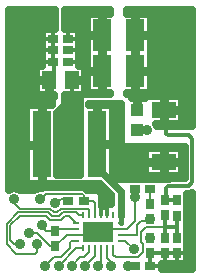
<source format=gbr>
G04 DipTrace 2.3.1.0*
%INTop.gbr*%
%MOIN*%
%ADD13C,0.006*%
%ADD14C,0.013*%
%ADD15C,0.03*%
%ADD16C,0.016*%
%ADD17C,0.024*%
%ADD18C,0.012*%
%ADD19C,0.025*%
%ADD23R,0.063X0.1063*%
%ADD24R,0.0394X0.0433*%
%ADD25R,0.0354X0.0276*%
%ADD26R,0.0512X0.0591*%
%ADD27R,0.0276X0.0354*%
%ADD29R,0.0827X0.0551*%
%ADD31R,0.063X0.2244*%
%ADD32R,0.0098X0.0236*%
%ADD33R,0.0236X0.0098*%
%ADD34R,0.1043X0.065*%
%ADD35C,0.035*%
%ADD37C,0.052*%
%FSLAX44Y44*%
G04*
G70*
G90*
G75*
G01*
%LNTop*%
%LPD*%
X5480Y10397D2*
D13*
X5624D1*
D14*
Y11004D1*
D13*
X5605Y11022D1*
Y11772D2*
D14*
Y11397D1*
Y11022D1*
X5230Y8272D2*
D15*
Y9706D1*
D13*
X5187Y9750D1*
X4687Y8249D2*
D15*
X5208D1*
D13*
X5230Y8272D1*
D15*
Y6956D1*
D13*
X5249Y6937D1*
X5480Y10397D2*
D15*
X4897D1*
D13*
X4874Y10375D1*
X5480Y10397D2*
D15*
Y9894D1*
D13*
X5499Y9875D1*
X6365Y5051D2*
X6238D1*
X6187Y5000D1*
Y4812D1*
X5874Y4500D1*
X5646D1*
X5355Y4209D1*
X6621Y4795D2*
X6379D1*
X5793Y4209D1*
X6818Y4795D2*
Y4693D1*
X6624Y4499D1*
X6520D1*
X6231Y4209D1*
X7015Y4795D2*
Y4556D1*
X6668Y4209D1*
X7212Y4795D2*
Y4316D1*
X7106Y4209D1*
X7409Y4795D2*
Y4465D1*
X7543Y4330D1*
Y4209D1*
X7861Y5248D2*
X8394D1*
X8418Y5272D1*
Y5585D1*
X8543Y5710D1*
X8793D1*
X8855Y5772D1*
X8793D1*
Y5710D1*
X8855Y6772D2*
Y6284D1*
X7861Y5051D2*
X8014D1*
X8293Y4772D1*
X5687Y5387D2*
Y5445D1*
X6365D1*
X5249Y5562D2*
Y5500D1*
X5363Y5387D1*
X5687D1*
X7875Y5655D2*
X7861Y5641D1*
D16*
Y5874D1*
D17*
Y6700D1*
X7081Y7481D1*
D13*
Y8272D1*
D15*
Y9543D1*
D13*
X7062Y9562D1*
X7081Y8272D2*
D15*
X7664D1*
D13*
X7687Y8250D1*
X9293Y7665D2*
D15*
Y8043D1*
D13*
X9312Y8062D1*
X9293Y7665D2*
D15*
X9915D1*
D13*
X9937Y7687D1*
X9293Y7665D2*
D15*
X8709D1*
D13*
X8687Y7687D1*
X9293Y7665D2*
D15*
Y7269D1*
D13*
X9312Y7250D1*
X9356Y5160D2*
X9355Y5159D1*
D18*
Y5499D1*
Y5897D1*
X9730Y5886D2*
Y5499D1*
Y5147D1*
X7605Y4795D2*
D13*
Y4585D1*
X7691Y4500D1*
X8437D1*
X8606Y4669D1*
Y4960D1*
X8543Y5022D1*
Y5335D1*
X8708Y5499D1*
X9355D1*
X9730D2*
D18*
X9355D1*
X7015Y5897D2*
D13*
X6999D1*
Y6312D1*
X6937Y6375D1*
X6624D1*
Y6562D1*
X6562Y6625D1*
X5374D1*
X5187Y6437D1*
X5687Y4875D2*
X6060Y5248D1*
X6365D1*
X9355Y4647D2*
D14*
X8867D1*
D13*
X8855Y4636D1*
X8856Y4210D2*
D14*
Y4636D1*
X8855D1*
X9355Y4647D2*
X9719D1*
D13*
X9730Y4636D1*
X4812Y5312D2*
X5062D1*
X5499Y4875D1*
X5687D1*
Y6312D2*
X5749D1*
X5874Y6437D1*
X6050D1*
X6113Y6375D1*
X7253Y11897D2*
D15*
X7249D1*
X6710D1*
D13*
X6687Y11875D1*
X7253Y11897D2*
D15*
Y12684D1*
Y10710D2*
Y10687D1*
Y11897D1*
Y10710D2*
X6772D1*
D13*
X6749Y10687D1*
X7253Y10710D2*
D15*
Y10003D1*
X6228Y10397D2*
X6249D1*
X6710D1*
D13*
X6749Y10437D1*
X7249Y11875D2*
D15*
Y11897D1*
Y10687D2*
X7253D1*
X6249Y10375D2*
Y10397D1*
X6365Y5248D2*
D13*
X6751D1*
X6812Y5187D1*
X7861Y5445D2*
X7179D1*
X7124Y5500D1*
X8418Y8728D2*
X8731D1*
X8344Y6772D2*
Y6522D1*
X7861Y5445D2*
X8078D1*
X8344Y5710D1*
Y6522D1*
X4312Y6437D2*
Y6312D1*
X4499Y6125D1*
X5499D1*
X5624Y6000D1*
X5749D1*
X5874Y6125D1*
X6812D1*
Y5904D1*
X6818Y5897D1*
X4499Y4937D2*
X4312D1*
X4187Y5062D1*
Y5562D1*
X4499Y5875D1*
X5374D1*
X5499Y5750D1*
X5874D1*
X5999Y5875D1*
X6132D1*
X6365Y5641D1*
X6621Y5897D2*
X6477D1*
X6374Y6000D1*
X5937D1*
X5812Y5875D1*
X5562D1*
X5437Y6000D1*
X4437D1*
X4062Y5625D1*
Y4937D1*
X4374Y4625D1*
X4999D1*
X5062Y4687D1*
Y4937D1*
X8355Y11897D2*
D15*
Y10710D1*
X9355Y6409D2*
D13*
X9719D1*
X9730Y6397D1*
D18*
X9477D1*
X9374Y6500D1*
Y6812D1*
X9437Y6875D1*
X10124D1*
X10249Y7000D1*
Y8437D1*
X10124Y8562D1*
X9437D1*
X9374Y8625D1*
Y9316D1*
X9293Y9397D1*
D35*
X8856Y5772D3*
Y5147D3*
X8293Y4772D3*
X8106Y4210D3*
X7543Y4209D3*
X7106D3*
X6668D3*
X6231D3*
X5793D3*
X5355D3*
D37*
X4312Y11875D3*
Y11250D3*
Y10625D3*
Y10000D3*
X8999Y11000D3*
X9562Y10625D3*
D35*
X8731Y8728D3*
X7249Y11875D3*
Y10687D3*
X6187Y12500D3*
X5249Y5562D3*
X6249Y10375D3*
X8344Y6522D3*
X6812Y5187D3*
X7437D3*
X7124Y5500D3*
D37*
X6312Y7437D3*
X5937Y7875D3*
D35*
X4812Y5312D3*
X5187Y6437D3*
X4312D3*
X4499Y4937D3*
X5062D3*
X5687Y6312D3*
X9374Y4187D3*
X9999D3*
X4149Y12501D2*
D19*
X5660D1*
X4149Y12252D2*
X5660D1*
X4149Y12004D2*
X5207D1*
X4149Y11755D2*
X5207D1*
X4149Y11506D2*
X5207D1*
X4149Y11258D2*
X5207D1*
X4149Y11009D2*
X5207D1*
X4149Y10760D2*
X5004D1*
X4149Y10512D2*
X5004D1*
X4149Y10263D2*
X5004D1*
X4149Y10014D2*
X5004D1*
X4149Y9766D2*
X5535D1*
X4149Y9517D2*
X4695D1*
X4149Y9268D2*
X4695D1*
X4149Y9019D2*
X4695D1*
X4149Y8771D2*
X4695D1*
X4149Y8522D2*
X4695D1*
X4149Y8273D2*
X4695D1*
X4149Y8025D2*
X4695D1*
X4149Y7776D2*
X4695D1*
X4149Y7527D2*
X4695D1*
X4149Y7279D2*
X4695D1*
X4149Y7030D2*
X4695D1*
X4472Y6781D2*
X5027D1*
X6749D2*
X7308D1*
X7276Y6533D2*
X7523D1*
X7276Y6284D2*
X7523D1*
X5258Y12105D2*
X5687D1*
Y12750D1*
X4124D1*
Y6754D1*
X4195Y6788D1*
X4318Y6807D1*
X4441Y6784D1*
X4498Y6751D1*
X4988Y6750D1*
X5070Y6788D1*
X5193Y6807D1*
X5235Y6799D1*
X5294Y6835D1*
X5374Y6850D1*
X6562D1*
X6675Y6819D1*
X6756Y6749D1*
X7062D1*
X7119Y6736D1*
X7213Y6650D1*
X7248Y6579D1*
X7250Y6214D1*
X7259Y6207D1*
X7292Y6211D1*
X7291Y6280D1*
X7545D1*
X7546Y6573D1*
X7177Y6939D1*
X5684D1*
X5615Y6955D1*
X4720D1*
Y9589D1*
X5562D1*
Y9750D1*
X5623Y9855D1*
X5631Y9907D1*
X5030D1*
Y10888D1*
X5233Y10890D1*
Y12105D1*
X5258D1*
X5605D2*
D14*
Y11772D1*
X5234D2*
X5605D1*
X5234Y11397D2*
X5605D1*
X5234Y11022D2*
X5605D1*
X5480Y10397D2*
Y9908D1*
X5030Y10397D2*
X5480D1*
X5230Y9589D2*
Y6956D1*
X4721Y8272D2*
X5230D1*
X7409Y6210D2*
Y5897D1*
X7212Y6210D2*
Y5897D1*
X8890Y12501D2*
D19*
X10226D1*
X8890Y12252D2*
X10226D1*
X8890Y12004D2*
X10226D1*
X8890Y11755D2*
X10226D1*
X8890Y11506D2*
X10226D1*
X8890Y11258D2*
X10226D1*
X8890Y11009D2*
X10226D1*
X8890Y10760D2*
X10226D1*
X8890Y10512D2*
X10226D1*
X8890Y10263D2*
X10226D1*
X8890Y10014D2*
X10226D1*
X9925Y9766D2*
X10226D1*
X9925Y9517D2*
X10226D1*
X9925Y9268D2*
X10226D1*
X9925Y9019D2*
X10226D1*
X8062Y12624D2*
X8865D1*
Y9983D1*
X8062D1*
Y9937D1*
X8124D1*
X8230Y9876D1*
X8249Y9808D1*
X8685Y9809D1*
Y9868D1*
X9901D1*
Y8927D1*
X9043D1*
X9066Y8871D1*
X9749Y8875D1*
X10250D1*
Y12750D1*
X8062D1*
Y12621D1*
X8355Y12623D2*
D15*
Y11897D1*
X8865D1*
X8355Y10710D2*
Y9984D1*
Y10710D2*
X8865D1*
X8418Y9808D2*
Y9397D1*
X9293Y9868D2*
Y8927D1*
Y9397D2*
X9901D1*
X7616Y9376D2*
D19*
X7847D1*
X7616Y9127D2*
X7847D1*
X7616Y8879D2*
X7847D1*
X7616Y8630D2*
X7847D1*
X7616Y8381D2*
X7847D1*
X7616Y8133D2*
X8660D1*
X7616Y7884D2*
X8660D1*
X7616Y7635D2*
X8660D1*
X7616Y7387D2*
X8660D1*
X7702Y7138D2*
X9969D1*
X8710Y8136D2*
X9901D1*
Y7195D1*
X8685D1*
Y8136D1*
X8710D1*
X6812Y9589D2*
X7591D1*
Y7253D1*
X7688Y7123D1*
X9386Y7125D1*
X9687Y7130D1*
X9995D1*
X9994Y8191D1*
X9249Y8187D1*
X7999D1*
X7894Y8248D1*
X7874Y8312D1*
Y9625D1*
X6812D1*
Y9590D1*
X9293Y8135D2*
D14*
Y7195D1*
X8685Y7665D2*
X9901D1*
X7081Y9589D2*
Y8272D1*
X7590D1*
X10089Y6438D2*
D19*
X10221D1*
X10089Y6190D2*
X10221D1*
X10089Y5941D2*
X10221D1*
X10089Y5692D2*
X10221D1*
X10089Y5444D2*
X10221D1*
X10089Y5195D2*
X10221D1*
X10089Y4946D2*
X10221D1*
X10089Y4698D2*
X10221D1*
X10089Y4449D2*
X10221D1*
X9253Y4200D2*
X10226D1*
X10063Y6617D2*
X10059Y6025D1*
X10063Y5758D1*
X10059Y5513D1*
X10063Y5270D1*
X10059Y4775D1*
X10063Y4758D1*
Y4263D1*
X9398D1*
Y4275D1*
X9228D1*
Y4124D1*
X10250Y4125D1*
Y4871D1*
X10063Y4883D1*
Y4783D1*
X10250Y4875D1*
Y6652D1*
X10175Y6625D1*
X10066Y6620D1*
X9730Y4636D2*
D14*
Y4264D1*
Y4636D2*
X10063D1*
X9355Y4647D2*
Y4276D1*
X8856Y4210D2*
X9227D1*
X6022Y12501D2*
D19*
X6718D1*
X6022Y12252D2*
X6718D1*
X6515Y12004D2*
X6718D1*
X6515Y11755D2*
X6718D1*
X6515Y11506D2*
X6718D1*
X6515Y11258D2*
X6718D1*
X6515Y11009D2*
X6718D1*
X6022Y9766D2*
X6476D1*
X5968Y9517D2*
X6476D1*
X5774Y9268D2*
X6476D1*
X5774Y9019D2*
X6476D1*
X5774Y8771D2*
X6476D1*
X5774Y8522D2*
X6476D1*
X5774Y8273D2*
X6476D1*
X5774Y8025D2*
X6476D1*
X5774Y7776D2*
X6476D1*
X5774Y7527D2*
X6476D1*
X5774Y7279D2*
X6476D1*
X6768Y12624D2*
X7500D1*
X7499Y12750D1*
X5999D1*
Y12105D1*
X6489D1*
Y10887D1*
X6679Y10888D1*
Y9937D1*
X7499D1*
Y9980D1*
X7338Y9983D1*
X6743D1*
Y12624D1*
X6768D1*
X6543Y9907D2*
X5999D1*
X5998Y9621D1*
X5963Y9536D1*
X5747Y9321D1*
X5749Y7375D1*
Y7250D1*
X6499D1*
X6501Y9816D1*
X6514Y9867D1*
X7253Y12623D2*
D14*
Y11897D1*
X6744D2*
X7253D1*
Y10710D2*
Y9984D1*
X6744Y10710D2*
X7253D1*
X6117Y12105D2*
Y11772D1*
X6489D1*
X6117Y11397D2*
X6489D1*
X6117Y11022D2*
X6489D1*
X6228Y10397D2*
Y9908D1*
Y10397D2*
X6679D1*
D23*
X8355Y11897D3*
X7253D3*
X8355Y10710D3*
X7253D3*
D24*
X8418Y9397D3*
Y8728D3*
D25*
X5605Y11772D3*
X6117D3*
X5605Y11397D3*
X6117D3*
X5605Y11022D3*
X6117D3*
D26*
X5480Y10397D3*
X6228D3*
D27*
X9730Y6397D3*
Y5886D3*
Y5147D3*
Y4636D3*
D25*
X6624Y6375D3*
X6113D3*
D27*
X8855Y5147D3*
Y4636D3*
D25*
Y6772D3*
X8344D3*
D29*
X9293Y9397D3*
Y7665D3*
D31*
X5230Y8272D3*
X7081D3*
D27*
X9355Y5897D3*
Y6409D3*
Y4647D3*
Y5159D3*
X8855Y5772D3*
Y6284D3*
D25*
X8856Y4210D3*
X8344D3*
D27*
X5687Y4875D3*
Y5387D3*
D32*
X7605Y5897D3*
X7409D3*
X7212D3*
X7015D3*
X6818D3*
X6621D3*
D33*
X6365Y5641D3*
Y5445D3*
Y5248D3*
Y5051D3*
D32*
X6621Y4795D3*
X6818D3*
X7015D3*
X7212D3*
X7409D3*
X7605D3*
D33*
X7861Y5051D3*
Y5248D3*
Y5445D3*
Y5641D3*
D34*
X7113Y5346D3*
M02*

</source>
